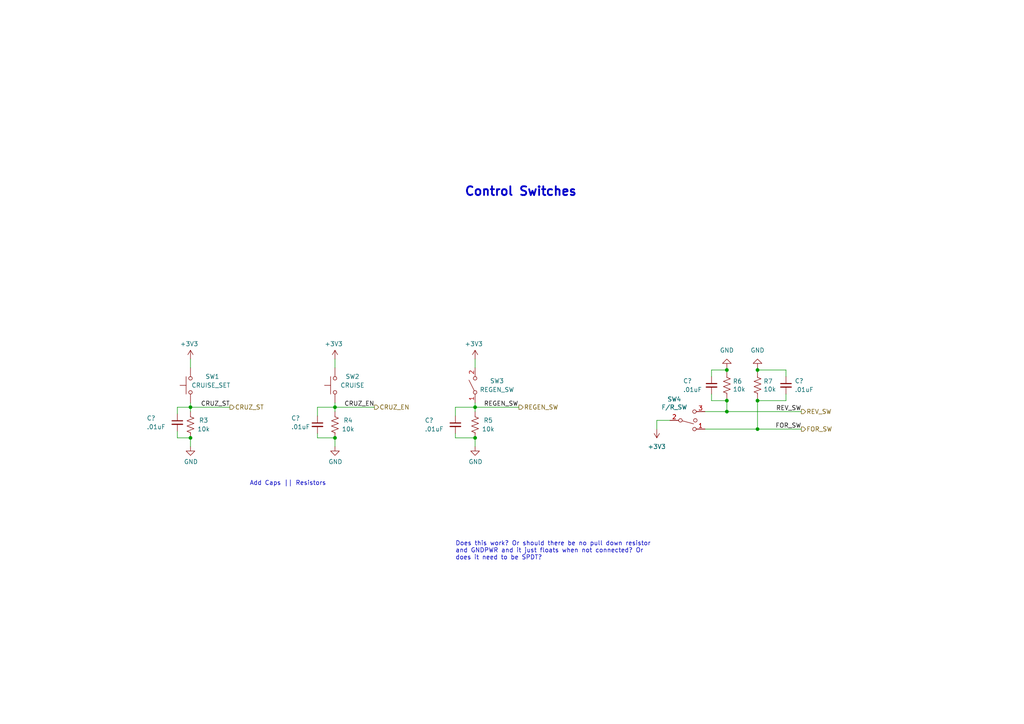
<source format=kicad_sch>
(kicad_sch (version 20211123) (generator eeschema)

  (uuid 0ae2fa50-f67a-4245-a821-3cff1aae7b7d)

  (paper "A4")

  (lib_symbols
    (symbol "Device:C_Small" (pin_numbers hide) (pin_names (offset 0.254) hide) (in_bom yes) (on_board yes)
      (property "Reference" "C" (id 0) (at 0.254 1.778 0)
        (effects (font (size 1.27 1.27)) (justify left))
      )
      (property "Value" "C_Small" (id 1) (at 0.254 -2.032 0)
        (effects (font (size 1.27 1.27)) (justify left))
      )
      (property "Footprint" "" (id 2) (at 0 0 0)
        (effects (font (size 1.27 1.27)) hide)
      )
      (property "Datasheet" "~" (id 3) (at 0 0 0)
        (effects (font (size 1.27 1.27)) hide)
      )
      (property "ki_keywords" "capacitor cap" (id 4) (at 0 0 0)
        (effects (font (size 1.27 1.27)) hide)
      )
      (property "ki_description" "Unpolarized capacitor, small symbol" (id 5) (at 0 0 0)
        (effects (font (size 1.27 1.27)) hide)
      )
      (property "ki_fp_filters" "C_*" (id 6) (at 0 0 0)
        (effects (font (size 1.27 1.27)) hide)
      )
      (symbol "C_Small_0_1"
        (polyline
          (pts
            (xy -1.524 -0.508)
            (xy 1.524 -0.508)
          )
          (stroke (width 0.3302) (type default) (color 0 0 0 0))
          (fill (type none))
        )
        (polyline
          (pts
            (xy -1.524 0.508)
            (xy 1.524 0.508)
          )
          (stroke (width 0.3048) (type default) (color 0 0 0 0))
          (fill (type none))
        )
      )
      (symbol "C_Small_1_1"
        (pin passive line (at 0 2.54 270) (length 2.032)
          (name "~" (effects (font (size 1.27 1.27))))
          (number "1" (effects (font (size 1.27 1.27))))
        )
        (pin passive line (at 0 -2.54 90) (length 2.032)
          (name "~" (effects (font (size 1.27 1.27))))
          (number "2" (effects (font (size 1.27 1.27))))
        )
      )
    )
    (symbol "Device:R_US" (pin_numbers hide) (pin_names (offset 0)) (in_bom yes) (on_board yes)
      (property "Reference" "R" (id 0) (at 2.54 0 90)
        (effects (font (size 1.27 1.27)))
      )
      (property "Value" "R_US" (id 1) (at -2.54 0 90)
        (effects (font (size 1.27 1.27)))
      )
      (property "Footprint" "" (id 2) (at 1.016 -0.254 90)
        (effects (font (size 1.27 1.27)) hide)
      )
      (property "Datasheet" "~" (id 3) (at 0 0 0)
        (effects (font (size 1.27 1.27)) hide)
      )
      (property "ki_keywords" "R res resistor" (id 4) (at 0 0 0)
        (effects (font (size 1.27 1.27)) hide)
      )
      (property "ki_description" "Resistor, US symbol" (id 5) (at 0 0 0)
        (effects (font (size 1.27 1.27)) hide)
      )
      (property "ki_fp_filters" "R_*" (id 6) (at 0 0 0)
        (effects (font (size 1.27 1.27)) hide)
      )
      (symbol "R_US_0_1"
        (polyline
          (pts
            (xy 0 -2.286)
            (xy 0 -2.54)
          )
          (stroke (width 0) (type default) (color 0 0 0 0))
          (fill (type none))
        )
        (polyline
          (pts
            (xy 0 2.286)
            (xy 0 2.54)
          )
          (stroke (width 0) (type default) (color 0 0 0 0))
          (fill (type none))
        )
        (polyline
          (pts
            (xy 0 -0.762)
            (xy 1.016 -1.143)
            (xy 0 -1.524)
            (xy -1.016 -1.905)
            (xy 0 -2.286)
          )
          (stroke (width 0) (type default) (color 0 0 0 0))
          (fill (type none))
        )
        (polyline
          (pts
            (xy 0 0.762)
            (xy 1.016 0.381)
            (xy 0 0)
            (xy -1.016 -0.381)
            (xy 0 -0.762)
          )
          (stroke (width 0) (type default) (color 0 0 0 0))
          (fill (type none))
        )
        (polyline
          (pts
            (xy 0 2.286)
            (xy 1.016 1.905)
            (xy 0 1.524)
            (xy -1.016 1.143)
            (xy 0 0.762)
          )
          (stroke (width 0) (type default) (color 0 0 0 0))
          (fill (type none))
        )
      )
      (symbol "R_US_1_1"
        (pin passive line (at 0 3.81 270) (length 1.27)
          (name "~" (effects (font (size 1.27 1.27))))
          (number "1" (effects (font (size 1.27 1.27))))
        )
        (pin passive line (at 0 -3.81 90) (length 1.27)
          (name "~" (effects (font (size 1.27 1.27))))
          (number "2" (effects (font (size 1.27 1.27))))
        )
      )
    )
    (symbol "Switch:SW_Push" (pin_numbers hide) (pin_names (offset 1.016) hide) (in_bom yes) (on_board yes)
      (property "Reference" "SW" (id 0) (at 1.27 2.54 0)
        (effects (font (size 1.27 1.27)) (justify left))
      )
      (property "Value" "SW_Push" (id 1) (at 0 -1.524 0)
        (effects (font (size 1.27 1.27)))
      )
      (property "Footprint" "" (id 2) (at 0 5.08 0)
        (effects (font (size 1.27 1.27)) hide)
      )
      (property "Datasheet" "~" (id 3) (at 0 5.08 0)
        (effects (font (size 1.27 1.27)) hide)
      )
      (property "ki_keywords" "switch normally-open pushbutton push-button" (id 4) (at 0 0 0)
        (effects (font (size 1.27 1.27)) hide)
      )
      (property "ki_description" "Push button switch, generic, two pins" (id 5) (at 0 0 0)
        (effects (font (size 1.27 1.27)) hide)
      )
      (symbol "SW_Push_0_1"
        (circle (center -2.032 0) (radius 0.508)
          (stroke (width 0) (type default) (color 0 0 0 0))
          (fill (type none))
        )
        (polyline
          (pts
            (xy 0 1.27)
            (xy 0 3.048)
          )
          (stroke (width 0) (type default) (color 0 0 0 0))
          (fill (type none))
        )
        (polyline
          (pts
            (xy 2.54 1.27)
            (xy -2.54 1.27)
          )
          (stroke (width 0) (type default) (color 0 0 0 0))
          (fill (type none))
        )
        (circle (center 2.032 0) (radius 0.508)
          (stroke (width 0) (type default) (color 0 0 0 0))
          (fill (type none))
        )
        (pin passive line (at -5.08 0 0) (length 2.54)
          (name "1" (effects (font (size 1.27 1.27))))
          (number "1" (effects (font (size 1.27 1.27))))
        )
        (pin passive line (at 5.08 0 180) (length 2.54)
          (name "2" (effects (font (size 1.27 1.27))))
          (number "2" (effects (font (size 1.27 1.27))))
        )
      )
    )
    (symbol "Switch:SW_SPDT_MSM" (pin_names (offset 0) hide) (in_bom yes) (on_board yes)
      (property "Reference" "SW" (id 0) (at 0 5.08 0)
        (effects (font (size 1.27 1.27)))
      )
      (property "Value" "SW_SPDT_MSM" (id 1) (at 0 -5.08 0)
        (effects (font (size 1.27 1.27)))
      )
      (property "Footprint" "" (id 2) (at 0 0 0)
        (effects (font (size 1.27 1.27)) hide)
      )
      (property "Datasheet" "~" (id 3) (at 0 0 0)
        (effects (font (size 1.27 1.27)) hide)
      )
      (property "ki_keywords" "switch spdt single-pole double-throw ON-OFF-ON" (id 4) (at 0 0 0)
        (effects (font (size 1.27 1.27)) hide)
      )
      (property "ki_description" "Switch, single pole double throw, center OFF position" (id 5) (at 0 0 0)
        (effects (font (size 1.27 1.27)) hide)
      )
      (symbol "SW_SPDT_MSM_0_0"
        (circle (center -2.032 0) (radius 0.508)
          (stroke (width 0) (type default) (color 0 0 0 0))
          (fill (type none))
        )
        (polyline
          (pts
            (xy -1.524 0.127)
            (xy 1.778 1.016)
          )
          (stroke (width 0) (type default) (color 0 0 0 0))
          (fill (type none))
        )
        (circle (center 2.032 -2.54) (radius 0.508)
          (stroke (width 0) (type default) (color 0 0 0 0))
          (fill (type none))
        )
      )
      (symbol "SW_SPDT_MSM_0_1"
        (circle (center 2.032 2.54) (radius 0.508)
          (stroke (width 0) (type default) (color 0 0 0 0))
          (fill (type none))
        )
        (circle (center 2.286 0) (radius 0.508)
          (stroke (width 0) (type default) (color 0 0 0 0))
          (fill (type none))
        )
      )
      (symbol "SW_SPDT_MSM_1_1"
        (pin passive line (at 5.08 2.54 180) (length 2.54)
          (name "1" (effects (font (size 1.27 1.27))))
          (number "1" (effects (font (size 1.27 1.27))))
        )
        (pin passive line (at -5.08 0 0) (length 2.54)
          (name "2" (effects (font (size 1.27 1.27))))
          (number "2" (effects (font (size 1.27 1.27))))
        )
        (pin passive line (at 5.08 -2.54 180) (length 2.54)
          (name "3" (effects (font (size 1.27 1.27))))
          (number "3" (effects (font (size 1.27 1.27))))
        )
      )
    )
    (symbol "Switch:SW_SPST" (pin_names (offset 0) hide) (in_bom yes) (on_board yes)
      (property "Reference" "SW" (id 0) (at 0 3.175 0)
        (effects (font (size 1.27 1.27)))
      )
      (property "Value" "SW_SPST" (id 1) (at 0 -2.54 0)
        (effects (font (size 1.27 1.27)))
      )
      (property "Footprint" "" (id 2) (at 0 0 0)
        (effects (font (size 1.27 1.27)) hide)
      )
      (property "Datasheet" "~" (id 3) (at 0 0 0)
        (effects (font (size 1.27 1.27)) hide)
      )
      (property "ki_keywords" "switch lever" (id 4) (at 0 0 0)
        (effects (font (size 1.27 1.27)) hide)
      )
      (property "ki_description" "Single Pole Single Throw (SPST) switch" (id 5) (at 0 0 0)
        (effects (font (size 1.27 1.27)) hide)
      )
      (symbol "SW_SPST_0_0"
        (circle (center -2.032 0) (radius 0.508)
          (stroke (width 0) (type default) (color 0 0 0 0))
          (fill (type none))
        )
        (polyline
          (pts
            (xy -1.524 0.254)
            (xy 1.524 1.778)
          )
          (stroke (width 0) (type default) (color 0 0 0 0))
          (fill (type none))
        )
        (circle (center 2.032 0) (radius 0.508)
          (stroke (width 0) (type default) (color 0 0 0 0))
          (fill (type none))
        )
      )
      (symbol "SW_SPST_1_1"
        (pin passive line (at -5.08 0 0) (length 2.54)
          (name "A" (effects (font (size 1.27 1.27))))
          (number "1" (effects (font (size 1.27 1.27))))
        )
        (pin passive line (at 5.08 0 180) (length 2.54)
          (name "B" (effects (font (size 1.27 1.27))))
          (number "2" (effects (font (size 1.27 1.27))))
        )
      )
    )
    (symbol "power:+3.3V" (power) (pin_names (offset 0)) (in_bom yes) (on_board yes)
      (property "Reference" "#PWR" (id 0) (at 0 -3.81 0)
        (effects (font (size 1.27 1.27)) hide)
      )
      (property "Value" "+3.3V" (id 1) (at 0 3.556 0)
        (effects (font (size 1.27 1.27)))
      )
      (property "Footprint" "" (id 2) (at 0 0 0)
        (effects (font (size 1.27 1.27)) hide)
      )
      (property "Datasheet" "" (id 3) (at 0 0 0)
        (effects (font (size 1.27 1.27)) hide)
      )
      (property "ki_keywords" "power-flag" (id 4) (at 0 0 0)
        (effects (font (size 1.27 1.27)) hide)
      )
      (property "ki_description" "Power symbol creates a global label with name \"+3.3V\"" (id 5) (at 0 0 0)
        (effects (font (size 1.27 1.27)) hide)
      )
      (symbol "+3.3V_0_1"
        (polyline
          (pts
            (xy -0.762 1.27)
            (xy 0 2.54)
          )
          (stroke (width 0) (type default) (color 0 0 0 0))
          (fill (type none))
        )
        (polyline
          (pts
            (xy 0 0)
            (xy 0 2.54)
          )
          (stroke (width 0) (type default) (color 0 0 0 0))
          (fill (type none))
        )
        (polyline
          (pts
            (xy 0 2.54)
            (xy 0.762 1.27)
          )
          (stroke (width 0) (type default) (color 0 0 0 0))
          (fill (type none))
        )
      )
      (symbol "+3.3V_1_1"
        (pin power_in line (at 0 0 90) (length 0) hide
          (name "+3V3" (effects (font (size 1.27 1.27))))
          (number "1" (effects (font (size 1.27 1.27))))
        )
      )
    )
    (symbol "power:GND" (power) (pin_names (offset 0)) (in_bom yes) (on_board yes)
      (property "Reference" "#PWR" (id 0) (at 0 -6.35 0)
        (effects (font (size 1.27 1.27)) hide)
      )
      (property "Value" "GND" (id 1) (at 0 -3.81 0)
        (effects (font (size 1.27 1.27)))
      )
      (property "Footprint" "" (id 2) (at 0 0 0)
        (effects (font (size 1.27 1.27)) hide)
      )
      (property "Datasheet" "" (id 3) (at 0 0 0)
        (effects (font (size 1.27 1.27)) hide)
      )
      (property "ki_keywords" "power-flag" (id 4) (at 0 0 0)
        (effects (font (size 1.27 1.27)) hide)
      )
      (property "ki_description" "Power symbol creates a global label with name \"GND\" , ground" (id 5) (at 0 0 0)
        (effects (font (size 1.27 1.27)) hide)
      )
      (symbol "GND_0_1"
        (polyline
          (pts
            (xy 0 0)
            (xy 0 -1.27)
            (xy 1.27 -1.27)
            (xy 0 -2.54)
            (xy -1.27 -1.27)
            (xy 0 -1.27)
          )
          (stroke (width 0) (type default) (color 0 0 0 0))
          (fill (type none))
        )
      )
      (symbol "GND_1_1"
        (pin power_in line (at 0 0 270) (length 0) hide
          (name "GND" (effects (font (size 1.27 1.27))))
          (number "1" (effects (font (size 1.27 1.27))))
        )
      )
    )
  )

  (junction (at 210.82 119.38) (diameter 0) (color 0 0 0 0)
    (uuid 2593b5c0-98ac-42d7-8998-3a8a598c9ae8)
  )
  (junction (at 97.155 127) (diameter 0) (color 0 0 0 0)
    (uuid 5cd792ca-3271-4ec2-81e8-64c28edfac12)
  )
  (junction (at 219.71 124.46) (diameter 0) (color 0 0 0 0)
    (uuid 62be7e6d-bced-458c-b0ef-6c97061886b0)
  )
  (junction (at 55.245 127) (diameter 0) (color 0 0 0 0)
    (uuid 73ed5c8a-efb1-44bb-9b2a-8a0c81ff0bbb)
  )
  (junction (at 55.245 118.11) (diameter 0) (color 0 0 0 0)
    (uuid 86dc60dd-744c-44c7-a7c5-a11274a23f7e)
  )
  (junction (at 97.155 118.11) (diameter 0) (color 0 0 0 0)
    (uuid bddd207f-f73f-440e-b5a4-9d0f5fdeb753)
  )
  (junction (at 219.71 107.315) (diameter 0) (color 0 0 0 0)
    (uuid cc9fda0e-61f6-4c3e-9193-639a1d79b22a)
  )
  (junction (at 210.82 116.205) (diameter 0) (color 0 0 0 0)
    (uuid d196db7c-0558-454f-9540-cfc6096dce83)
  )
  (junction (at 137.795 127) (diameter 0) (color 0 0 0 0)
    (uuid d4ea8e9d-0a17-443b-8d08-e0718d0cbfd1)
  )
  (junction (at 219.71 116.205) (diameter 0) (color 0 0 0 0)
    (uuid f40e5809-a6a4-4da6-a99d-52448866f1c1)
  )
  (junction (at 137.795 118.11) (diameter 0) (color 0 0 0 0)
    (uuid fd0359bf-1e20-48d8-8242-3bedf4b430d8)
  )
  (junction (at 210.82 107.315) (diameter 0) (color 0 0 0 0)
    (uuid fddc420a-aa58-48a0-a3dd-174dd480ce75)
  )

  (wire (pts (xy 210.82 116.205) (xy 210.82 119.38))
    (stroke (width 0) (type default) (color 0 0 0 0))
    (uuid 01bbb46e-3b58-4196-a7fb-032f7bd4ca2f)
  )
  (wire (pts (xy 55.245 118.11) (xy 55.245 116.84))
    (stroke (width 0) (type default) (color 0 0 0 0))
    (uuid 05e97ab9-ca84-4537-9a1c-c12539105538)
  )
  (wire (pts (xy 132.08 118.11) (xy 137.795 118.11))
    (stroke (width 0) (type default) (color 0 0 0 0))
    (uuid 07d3b61f-181e-44f2-a79b-11ae69e583c2)
  )
  (wire (pts (xy 132.08 125.73) (xy 132.08 127))
    (stroke (width 0) (type default) (color 0 0 0 0))
    (uuid 0e65853c-de16-43ea-9021-836464702a0a)
  )
  (wire (pts (xy 227.965 116.205) (xy 219.71 116.205))
    (stroke (width 0) (type default) (color 0 0 0 0))
    (uuid 0f9dc95f-f458-4db7-a92b-89d6ab78998a)
  )
  (wire (pts (xy 219.71 107.315) (xy 219.71 107.95))
    (stroke (width 0) (type default) (color 0 0 0 0))
    (uuid 169904e1-b906-44dd-94d4-66f1e29102f0)
  )
  (wire (pts (xy 190.5 121.92) (xy 190.5 124.46))
    (stroke (width 0) (type default) (color 0 0 0 0))
    (uuid 1995cd42-2e2d-4b7d-8273-c7c58ec0364d)
  )
  (wire (pts (xy 132.08 118.11) (xy 132.08 120.65))
    (stroke (width 0) (type default) (color 0 0 0 0))
    (uuid 20af5751-383b-41b3-bd71-35bab2e4273d)
  )
  (wire (pts (xy 210.82 107.315) (xy 210.82 107.95))
    (stroke (width 0) (type default) (color 0 0 0 0))
    (uuid 22243d5e-62e8-4867-b8d6-599a66811abe)
  )
  (wire (pts (xy 219.71 106.68) (xy 219.71 107.315))
    (stroke (width 0) (type default) (color 0 0 0 0))
    (uuid 24ab48c9-52d5-47b0-856c-c231954f1a6b)
  )
  (wire (pts (xy 97.155 129.54) (xy 97.155 127))
    (stroke (width 0) (type default) (color 0 0 0 0))
    (uuid 2ea127dd-0b3d-4f9c-bcb2-92c2d6b23a4e)
  )
  (wire (pts (xy 55.245 119.38) (xy 55.245 118.11))
    (stroke (width 0) (type default) (color 0 0 0 0))
    (uuid 2f836bcb-65b5-4251-b1a3-a8e1f456022e)
  )
  (wire (pts (xy 206.375 107.315) (xy 206.375 109.22))
    (stroke (width 0) (type default) (color 0 0 0 0))
    (uuid 38b6a80a-6c4f-464b-b019-1bc002e262e8)
  )
  (wire (pts (xy 92.075 127) (xy 97.155 127))
    (stroke (width 0) (type default) (color 0 0 0 0))
    (uuid 3bb8d00a-4b3b-4227-ba05-f681c4cccd62)
  )
  (wire (pts (xy 227.965 114.3) (xy 227.965 116.205))
    (stroke (width 0) (type default) (color 0 0 0 0))
    (uuid 62e86f7c-97c7-4e3c-983e-85011fa12413)
  )
  (wire (pts (xy 92.075 125.73) (xy 92.075 127))
    (stroke (width 0) (type default) (color 0 0 0 0))
    (uuid 64e07a85-daa2-4623-bb34-8b08296eab1d)
  )
  (wire (pts (xy 210.82 119.38) (xy 232.41 119.38))
    (stroke (width 0) (type default) (color 0 0 0 0))
    (uuid 66b50d5c-ae0c-4ae5-93fb-277ae3db49f2)
  )
  (wire (pts (xy 51.435 118.11) (xy 55.245 118.11))
    (stroke (width 0) (type default) (color 0 0 0 0))
    (uuid 6e4ddf32-5414-4069-b191-411b4f9a4e00)
  )
  (wire (pts (xy 132.08 127) (xy 137.795 127))
    (stroke (width 0) (type default) (color 0 0 0 0))
    (uuid 74c37a22-96de-460d-8f39-b88fc3b6cd35)
  )
  (wire (pts (xy 210.82 115.57) (xy 210.82 116.205))
    (stroke (width 0) (type default) (color 0 0 0 0))
    (uuid 7b036a22-56b5-4f7b-999b-a7490c4c25f7)
  )
  (wire (pts (xy 137.795 106.68) (xy 137.795 104.14))
    (stroke (width 0) (type default) (color 0 0 0 0))
    (uuid 80ac69ae-bcca-4138-b229-f20c4815cbea)
  )
  (wire (pts (xy 219.71 115.57) (xy 219.71 116.205))
    (stroke (width 0) (type default) (color 0 0 0 0))
    (uuid 8309988a-a7c7-4219-9b5f-77ce653bffb0)
  )
  (wire (pts (xy 97.155 119.38) (xy 97.155 118.11))
    (stroke (width 0) (type default) (color 0 0 0 0))
    (uuid 85cac54d-6f9e-4935-8dbc-99bea2d006b0)
  )
  (wire (pts (xy 137.795 116.84) (xy 137.795 118.11))
    (stroke (width 0) (type default) (color 0 0 0 0))
    (uuid 86356a0b-2160-4202-870e-f646de154a47)
  )
  (wire (pts (xy 194.31 121.92) (xy 190.5 121.92))
    (stroke (width 0) (type default) (color 0 0 0 0))
    (uuid 87308596-6251-4410-9015-336e2d25e8e4)
  )
  (wire (pts (xy 97.155 118.11) (xy 108.585 118.11))
    (stroke (width 0) (type default) (color 0 0 0 0))
    (uuid 874d51d4-6379-45e8-94c6-50f0e195ba09)
  )
  (wire (pts (xy 51.435 127) (xy 55.245 127))
    (stroke (width 0) (type default) (color 0 0 0 0))
    (uuid 88999d67-3358-4d26-82e3-9679940ba0c5)
  )
  (wire (pts (xy 51.435 125.095) (xy 51.435 127))
    (stroke (width 0) (type default) (color 0 0 0 0))
    (uuid 8fa6c091-a790-4e1d-8c21-80ccbf89b825)
  )
  (wire (pts (xy 227.965 107.315) (xy 227.965 109.22))
    (stroke (width 0) (type default) (color 0 0 0 0))
    (uuid 94dd170d-b2e0-4c71-98a7-fb3584925e49)
  )
  (wire (pts (xy 137.795 118.11) (xy 137.795 119.38))
    (stroke (width 0) (type default) (color 0 0 0 0))
    (uuid 960a2bdf-0bbf-49f2-ab62-e6941de7f89c)
  )
  (wire (pts (xy 92.075 118.11) (xy 97.155 118.11))
    (stroke (width 0) (type default) (color 0 0 0 0))
    (uuid 99bae589-772a-4701-a753-2e0f2e3bad3d)
  )
  (wire (pts (xy 97.155 104.14) (xy 97.155 106.68))
    (stroke (width 0) (type default) (color 0 0 0 0))
    (uuid 9fdf26f2-3d50-4434-a84a-a013b77f16c3)
  )
  (wire (pts (xy 219.71 124.46) (xy 232.41 124.46))
    (stroke (width 0) (type default) (color 0 0 0 0))
    (uuid a26218c6-933b-4c04-8294-5a0f2fa73526)
  )
  (wire (pts (xy 206.375 107.315) (xy 210.82 107.315))
    (stroke (width 0) (type default) (color 0 0 0 0))
    (uuid a3ebd5c2-9cfa-4a04-831f-16049df6993f)
  )
  (wire (pts (xy 92.075 118.11) (xy 92.075 120.65))
    (stroke (width 0) (type default) (color 0 0 0 0))
    (uuid af8a4dba-9855-44c4-97ef-ec4655c6f16d)
  )
  (wire (pts (xy 137.795 129.54) (xy 137.795 127))
    (stroke (width 0) (type default) (color 0 0 0 0))
    (uuid c14f9779-cca5-4712-a079-ac20431f1f97)
  )
  (wire (pts (xy 55.245 127) (xy 55.245 129.54))
    (stroke (width 0) (type default) (color 0 0 0 0))
    (uuid c4360e81-1b4b-40cb-8cfe-0878720a9ae5)
  )
  (wire (pts (xy 55.245 106.68) (xy 55.245 104.14))
    (stroke (width 0) (type default) (color 0 0 0 0))
    (uuid c456b0ab-6f7c-4f21-8714-4a7e93c97a70)
  )
  (wire (pts (xy 219.71 107.315) (xy 227.965 107.315))
    (stroke (width 0) (type default) (color 0 0 0 0))
    (uuid c9932af0-3060-40dd-870c-1e25dda88214)
  )
  (wire (pts (xy 55.245 118.11) (xy 66.675 118.11))
    (stroke (width 0) (type default) (color 0 0 0 0))
    (uuid c9d9348b-2a2a-4b89-a328-b55a51aae637)
  )
  (wire (pts (xy 219.71 116.205) (xy 219.71 124.46))
    (stroke (width 0) (type default) (color 0 0 0 0))
    (uuid cbe4b0df-0f0e-4582-8e0e-a1b93b034a88)
  )
  (wire (pts (xy 210.82 106.68) (xy 210.82 107.315))
    (stroke (width 0) (type default) (color 0 0 0 0))
    (uuid d7e48ff3-147e-4566-8af0-3deacbf76535)
  )
  (wire (pts (xy 51.435 120.015) (xy 51.435 118.11))
    (stroke (width 0) (type default) (color 0 0 0 0))
    (uuid d8c0e789-67a5-4efb-8d5d-4cc7fee8d39a)
  )
  (wire (pts (xy 206.375 116.205) (xy 210.82 116.205))
    (stroke (width 0) (type default) (color 0 0 0 0))
    (uuid ec342c1d-424c-4d29-b861-2d9b24d3901c)
  )
  (wire (pts (xy 137.795 118.11) (xy 150.495 118.11))
    (stroke (width 0) (type default) (color 0 0 0 0))
    (uuid ee08476d-9ad7-4017-8f48-fd504d15561b)
  )
  (wire (pts (xy 204.47 124.46) (xy 219.71 124.46))
    (stroke (width 0) (type default) (color 0 0 0 0))
    (uuid ef2a9e5b-9660-47a1-b722-a1620266b6c7)
  )
  (wire (pts (xy 206.375 114.3) (xy 206.375 116.205))
    (stroke (width 0) (type default) (color 0 0 0 0))
    (uuid f7af8798-1bbe-4c9c-9485-aa54d67a9fe9)
  )
  (wire (pts (xy 97.155 118.11) (xy 97.155 116.84))
    (stroke (width 0) (type default) (color 0 0 0 0))
    (uuid fb9e20bd-4f8d-49dc-8710-43f078259b68)
  )
  (wire (pts (xy 204.47 119.38) (xy 210.82 119.38))
    (stroke (width 0) (type default) (color 0 0 0 0))
    (uuid fbd0dda8-3d20-483a-8856-8351d3927900)
  )

  (text "Add Caps || Resistors" (at 72.39 140.97 0)
    (effects (font (size 1.27 1.27)) (justify left bottom))
    (uuid 842c1bf7-a1aa-4b9e-9f1b-176b610ae877)
  )
  (text "Does this work? Or should there be no pull down resistor\nand GNDPWR and it just floats when not connected? Or \ndoes it need to be SPDT?"
    (at 132.08 162.56 0)
    (effects (font (size 1.27 1.27)) (justify left bottom))
    (uuid 84f3e33e-3762-448b-9363-ce47ebcee824)
  )
  (text "Control Switches" (at 134.62 57.15 0)
    (effects (font (size 2.54 2.54) (thickness 0.508) bold) (justify left bottom))
    (uuid 9ea8f0ea-9a1e-417c-b751-b91ecf3b8dde)
  )

  (label "REGEN_SW" (at 140.335 118.11 0)
    (effects (font (size 1.27 1.27)) (justify left bottom))
    (uuid 376ce23a-cc80-4e67-84d6-dc9d0f1c445f)
  )
  (label "CRUZ_EN" (at 108.585 118.11 180)
    (effects (font (size 1.27 1.27)) (justify right bottom))
    (uuid 4918ea32-031d-43b4-a53f-f48189162322)
  )
  (label "CRUZ_ST" (at 66.675 118.11 180)
    (effects (font (size 1.27 1.27)) (justify right bottom))
    (uuid 7c0355c0-b46a-4a2c-880d-ad9881958b0a)
  )
  (label "FOR_SW" (at 232.41 124.46 180)
    (effects (font (size 1.27 1.27)) (justify right bottom))
    (uuid a3a5d500-c79f-4b63-8e69-81b2d35d3d9a)
  )
  (label "REV_SW" (at 232.41 119.38 180)
    (effects (font (size 1.27 1.27)) (justify right bottom))
    (uuid ad86b028-df16-41eb-9f9c-520f29100440)
  )

  (hierarchical_label "REGEN_SW" (shape output) (at 150.495 118.11 0)
    (effects (font (size 1.27 1.27)) (justify left))
    (uuid 227d78a7-1c89-41b5-b3bc-494e7904a9ad)
  )
  (hierarchical_label "REV_SW" (shape output) (at 232.41 119.38 0)
    (effects (font (size 1.27 1.27)) (justify left))
    (uuid 2775c0b6-7485-48ac-909d-6cfa4be18753)
  )
  (hierarchical_label "CRUZ_EN" (shape output) (at 108.585 118.11 0)
    (effects (font (size 1.27 1.27)) (justify left))
    (uuid 35a6e381-fbad-4565-a847-476034f20a28)
  )
  (hierarchical_label "CRUZ_ST" (shape output) (at 66.675 118.11 0)
    (effects (font (size 1.27 1.27)) (justify left))
    (uuid d91029c7-4664-4217-bc43-b27dc36fb3cd)
  )
  (hierarchical_label "FOR_SW" (shape output) (at 232.41 124.46 0)
    (effects (font (size 1.27 1.27)) (justify left))
    (uuid e4f8afb1-ebee-4044-9d6c-387dacc543bb)
  )

  (symbol (lib_id "Switch:SW_Push") (at 55.245 111.76 90) (unit 1)
    (in_bom yes) (on_board yes)
    (uuid 00000000-0000-0000-0000-00005f95fce0)
    (property "Reference" "SW1" (id 0) (at 61.595 109.22 90))
    (property "Value" "CRUISE_SET" (id 1) (at 61.1886 111.76 90))
    (property "Footprint" "Connector_Molex:Molex_Micro-Fit_3.0_43650-0200_1x02_P3.00mm_Horizontal" (id 2) (at 55.245 111.76 0)
      (effects (font (size 1.27 1.27)) hide)
    )
    (property "Datasheet" "~" (id 3) (at 55.245 111.76 0)
      (effects (font (size 1.27 1.27)) hide)
    )
    (pin "1" (uuid c020a7b6-0ee3-4b23-9d1d-b8f6fd7183f0))
    (pin "2" (uuid d27ffdcf-de59-4226-978f-2f4505c7e171))
  )

  (symbol (lib_id "Device:R_US") (at 55.245 123.19 0) (unit 1)
    (in_bom yes) (on_board yes)
    (uuid 00000000-0000-0000-0000-00005f95fce7)
    (property "Reference" "R3" (id 0) (at 59.055 121.92 0))
    (property "Value" "10k" (id 1) (at 59.055 124.46 0))
    (property "Footprint" "Resistor_SMD:R_0805_2012Metric" (id 2) (at 56.261 123.444 90)
      (effects (font (size 1.27 1.27)) hide)
    )
    (property "Datasheet" "~" (id 3) (at 55.245 123.19 0)
      (effects (font (size 1.27 1.27)) hide)
    )
    (property "Mouser Part Number" "71-CRCW080510K0FKEAC " (id 4) (at 55.245 123.19 0)
      (effects (font (size 1.27 1.27)) hide)
    )
    (pin "1" (uuid e9629a79-543a-46d6-bb7e-5ba178b352c7))
    (pin "2" (uuid 4548ddc3-68ad-4950-aa2c-d860ae7a6c9d))
  )

  (symbol (lib_id "Switch:SW_Push") (at 97.155 111.76 90) (unit 1)
    (in_bom yes) (on_board yes)
    (uuid 00000000-0000-0000-0000-00005f95fcfe)
    (property "Reference" "SW2" (id 0) (at 102.235 109.22 90))
    (property "Value" "CRUISE" (id 1) (at 102.235 111.76 90))
    (property "Footprint" "Connector_Molex:Molex_Micro-Fit_3.0_43650-0200_1x02_P3.00mm_Horizontal" (id 2) (at 97.155 111.76 0)
      (effects (font (size 1.27 1.27)) hide)
    )
    (property "Datasheet" "~" (id 3) (at 97.155 111.76 0)
      (effects (font (size 1.27 1.27)) hide)
    )
    (pin "1" (uuid acb1dbe1-f2f8-4b07-a883-c6f79b7ed870))
    (pin "2" (uuid 6474cb7a-e28d-4d38-9813-d71482ae8691))
  )

  (symbol (lib_id "Device:R_US") (at 97.155 123.19 180) (unit 1)
    (in_bom yes) (on_board yes)
    (uuid 00000000-0000-0000-0000-00005f95fd05)
    (property "Reference" "R4" (id 0) (at 100.965 121.92 0))
    (property "Value" "10k" (id 1) (at 100.965 124.46 0))
    (property "Footprint" "Resistor_SMD:R_0805_2012Metric" (id 2) (at 96.139 122.936 90)
      (effects (font (size 1.27 1.27)) hide)
    )
    (property "Datasheet" "~" (id 3) (at 97.155 123.19 0)
      (effects (font (size 1.27 1.27)) hide)
    )
    (property "Mouser Part Number" "71-CRCW080510K0FKEAC " (id 4) (at 97.155 123.19 0)
      (effects (font (size 1.27 1.27)) hide)
    )
    (pin "1" (uuid 87b75241-015d-49dd-a47b-34b08bf24d8f))
    (pin "2" (uuid 43fbde86-1f8e-4fc5-b7b5-59acfe710885))
  )

  (symbol (lib_id "power:GND") (at 97.155 129.54 0) (unit 1)
    (in_bom yes) (on_board yes)
    (uuid 00000000-0000-0000-0000-00005f95fd14)
    (property "Reference" "#PWR0123" (id 0) (at 97.155 135.89 0)
      (effects (font (size 1.27 1.27)) hide)
    )
    (property "Value" "GND" (id 1) (at 97.282 133.9342 0))
    (property "Footprint" "" (id 2) (at 97.155 129.54 0)
      (effects (font (size 1.27 1.27)) hide)
    )
    (property "Datasheet" "" (id 3) (at 97.155 129.54 0)
      (effects (font (size 1.27 1.27)) hide)
    )
    (pin "1" (uuid 332bd2b4-febe-44df-ab6a-1a2f54f6038b))
  )

  (symbol (lib_id "power:GND") (at 137.795 129.54 0) (unit 1)
    (in_bom yes) (on_board yes)
    (uuid 00000000-0000-0000-0000-00005fc25956)
    (property "Reference" "#PWR012" (id 0) (at 137.795 135.89 0)
      (effects (font (size 1.27 1.27)) hide)
    )
    (property "Value" "GND" (id 1) (at 137.922 133.9342 0))
    (property "Footprint" "" (id 2) (at 137.795 129.54 0)
      (effects (font (size 1.27 1.27)) hide)
    )
    (property "Datasheet" "" (id 3) (at 137.795 129.54 0)
      (effects (font (size 1.27 1.27)) hide)
    )
    (pin "1" (uuid 62df84d3-d6e8-4be9-a0b1-7b273466b698))
  )

  (symbol (lib_id "Device:R_US") (at 137.795 123.19 180) (unit 1)
    (in_bom yes) (on_board yes)
    (uuid 00000000-0000-0000-0000-00005fc2b876)
    (property "Reference" "R5" (id 0) (at 141.605 121.92 0))
    (property "Value" "10k" (id 1) (at 141.605 124.46 0))
    (property "Footprint" "Resistor_SMD:R_0805_2012Metric" (id 2) (at 136.779 122.936 90)
      (effects (font (size 1.27 1.27)) hide)
    )
    (property "Datasheet" "~" (id 3) (at 137.795 123.19 0)
      (effects (font (size 1.27 1.27)) hide)
    )
    (pin "1" (uuid 4a1eb0be-83ab-4181-8cfc-4a2a5b6a0d4a))
    (pin "2" (uuid 2a8b7247-16b6-4f8b-855d-ad680b0a0f29))
  )

  (symbol (lib_id "Switch:SW_SPDT_MSM") (at 199.39 121.92 0) (mirror x) (unit 1)
    (in_bom yes) (on_board yes)
    (uuid 00000000-0000-0000-0000-00005fc8e812)
    (property "Reference" "SW4" (id 0) (at 195.58 115.7986 0))
    (property "Value" "F/R_SW" (id 1) (at 195.58 118.11 0))
    (property "Footprint" "Connector_Molex:Molex_Micro-Fit_3.0_43650-0300_1x03_P3.00mm_Horizontal" (id 2) (at 199.39 121.92 0)
      (effects (font (size 1.27 1.27)) hide)
    )
    (property "Datasheet" "~" (id 3) (at 199.39 121.92 0)
      (effects (font (size 1.27 1.27)) hide)
    )
    (pin "1" (uuid 404b3a88-2b59-4519-bb38-c374cc3782b1))
    (pin "2" (uuid 34c9db61-f53c-4c49-80c2-33eec3191699))
    (pin "3" (uuid 9296b831-a402-4378-8522-6a630e2927d2))
  )

  (symbol (lib_id "Device:R_US") (at 210.82 111.76 0) (unit 1)
    (in_bom yes) (on_board yes)
    (uuid 00000000-0000-0000-0000-00005fc9577c)
    (property "Reference" "R6" (id 0) (at 212.5472 110.5916 0)
      (effects (font (size 1.27 1.27)) (justify left))
    )
    (property "Value" "10k" (id 1) (at 212.5472 112.903 0)
      (effects (font (size 1.27 1.27)) (justify left))
    )
    (property "Footprint" "Resistor_SMD:R_0805_2012Metric" (id 2) (at 211.836 112.014 90)
      (effects (font (size 1.27 1.27)) hide)
    )
    (property "Datasheet" "~" (id 3) (at 210.82 111.76 0)
      (effects (font (size 1.27 1.27)) hide)
    )
    (pin "1" (uuid 65956d5a-a340-4047-9c5e-1659dd51e261))
    (pin "2" (uuid 8106fd66-bc80-4d2a-b2be-2261fed169ab))
  )

  (symbol (lib_id "Device:R_US") (at 219.71 111.76 0) (unit 1)
    (in_bom yes) (on_board yes)
    (uuid 00000000-0000-0000-0000-00005fc95e8f)
    (property "Reference" "R7" (id 0) (at 221.4372 110.5916 0)
      (effects (font (size 1.27 1.27)) (justify left))
    )
    (property "Value" "10k" (id 1) (at 221.4372 112.903 0)
      (effects (font (size 1.27 1.27)) (justify left))
    )
    (property "Footprint" "Resistor_SMD:R_0805_2012Metric" (id 2) (at 220.726 112.014 90)
      (effects (font (size 1.27 1.27)) hide)
    )
    (property "Datasheet" "~" (id 3) (at 219.71 111.76 0)
      (effects (font (size 1.27 1.27)) hide)
    )
    (pin "1" (uuid 6294d60a-5a6d-4e91-bd35-79741339d7e4))
    (pin "2" (uuid efc7294c-8b08-4d64-abc9-e7eb15a89441))
  )

  (symbol (lib_id "power:+3.3V") (at 55.245 104.14 0) (mirror y) (unit 1)
    (in_bom yes) (on_board yes)
    (uuid 00000000-0000-0000-0000-00005fdefbe2)
    (property "Reference" "#PWR021" (id 0) (at 55.245 107.95 0)
      (effects (font (size 1.27 1.27)) hide)
    )
    (property "Value" "+3.3V" (id 1) (at 54.864 99.7458 0))
    (property "Footprint" "" (id 2) (at 55.245 104.14 0)
      (effects (font (size 1.27 1.27)) hide)
    )
    (property "Datasheet" "" (id 3) (at 55.245 104.14 0)
      (effects (font (size 1.27 1.27)) hide)
    )
    (pin "1" (uuid 72392b12-d189-4b1e-996c-805c752dde33))
  )

  (symbol (lib_id "power:+3.3V") (at 137.795 104.14 0) (mirror y) (unit 1)
    (in_bom yes) (on_board yes)
    (uuid 00000000-0000-0000-0000-00005fdfd8ff)
    (property "Reference" "#PWR025" (id 0) (at 137.795 107.95 0)
      (effects (font (size 1.27 1.27)) hide)
    )
    (property "Value" "+3.3V" (id 1) (at 137.414 99.7458 0))
    (property "Footprint" "" (id 2) (at 137.795 104.14 0)
      (effects (font (size 1.27 1.27)) hide)
    )
    (property "Datasheet" "" (id 3) (at 137.795 104.14 0)
      (effects (font (size 1.27 1.27)) hide)
    )
    (pin "1" (uuid f026de2c-ea1b-4ba5-a128-e1d0fb911a2a))
  )

  (symbol (lib_id "power:+3.3V") (at 97.155 104.14 0) (mirror y) (unit 1)
    (in_bom yes) (on_board yes)
    (uuid 00000000-0000-0000-0000-00005fe0822f)
    (property "Reference" "#PWR023" (id 0) (at 97.155 107.95 0)
      (effects (font (size 1.27 1.27)) hide)
    )
    (property "Value" "+3.3V" (id 1) (at 96.774 99.7458 0))
    (property "Footprint" "" (id 2) (at 97.155 104.14 0)
      (effects (font (size 1.27 1.27)) hide)
    )
    (property "Datasheet" "" (id 3) (at 97.155 104.14 0)
      (effects (font (size 1.27 1.27)) hide)
    )
    (pin "1" (uuid a937fcdd-c48c-47ef-9677-b211619ccc22))
  )

  (symbol (lib_id "power:GND") (at 55.245 129.54 0) (unit 1)
    (in_bom yes) (on_board yes)
    (uuid 00000000-0000-0000-0000-0000600a77a8)
    (property "Reference" "#PWR011" (id 0) (at 55.245 135.89 0)
      (effects (font (size 1.27 1.27)) hide)
    )
    (property "Value" "GND" (id 1) (at 55.372 133.9342 0))
    (property "Footprint" "" (id 2) (at 55.245 129.54 0)
      (effects (font (size 1.27 1.27)) hide)
    )
    (property "Datasheet" "" (id 3) (at 55.245 129.54 0)
      (effects (font (size 1.27 1.27)) hide)
    )
    (pin "1" (uuid 4e8e5a7e-c96c-41a1-8c14-e34334689a81))
  )

  (symbol (lib_id "Device:C_Small") (at 51.435 122.555 0) (unit 1)
    (in_bom yes) (on_board yes)
    (uuid 48c58df3-effd-400c-a749-bb7805bd9b54)
    (property "Reference" "C?" (id 0) (at 42.545 121.285 0)
      (effects (font (size 1.27 1.27)) (justify left))
    )
    (property "Value" ".01uF" (id 1) (at 42.545 123.825 0)
      (effects (font (size 1.27 1.27)) (justify left))
    )
    (property "Footprint" "" (id 2) (at 51.435 122.555 0)
      (effects (font (size 1.27 1.27)) hide)
    )
    (property "Datasheet" "~" (id 3) (at 51.435 122.555 0)
      (effects (font (size 1.27 1.27)) hide)
    )
    (pin "1" (uuid 059c55b9-3878-4a5d-8c36-f2e1ac20b66c))
    (pin "2" (uuid 41512000-8ddc-4c35-95f9-181a97b6f8de))
  )

  (symbol (lib_id "Device:C_Small") (at 227.965 111.76 0) (unit 1)
    (in_bom yes) (on_board yes)
    (uuid 4ba3ea1b-b9f8-421e-b44c-72aed348e821)
    (property "Reference" "C?" (id 0) (at 230.505 110.49 0)
      (effects (font (size 1.27 1.27)) (justify left))
    )
    (property "Value" ".01uF" (id 1) (at 230.505 113.03 0)
      (effects (font (size 1.27 1.27)) (justify left))
    )
    (property "Footprint" "" (id 2) (at 227.965 111.76 0)
      (effects (font (size 1.27 1.27)) hide)
    )
    (property "Datasheet" "~" (id 3) (at 227.965 111.76 0)
      (effects (font (size 1.27 1.27)) hide)
    )
    (pin "1" (uuid d8efe5df-addb-4791-8b62-e55c87d3a12b))
    (pin "2" (uuid 69e3043c-5f02-4219-9836-088309973728))
  )

  (symbol (lib_id "power:GND") (at 219.71 106.68 180) (unit 1)
    (in_bom yes) (on_board yes) (fields_autoplaced)
    (uuid 64a91164-702e-4351-8b0d-d406fd8fa2c7)
    (property "Reference" "#PWR0116" (id 0) (at 219.71 100.33 0)
      (effects (font (size 1.27 1.27)) hide)
    )
    (property "Value" "GND" (id 1) (at 219.71 101.6 0))
    (property "Footprint" "" (id 2) (at 219.71 106.68 0)
      (effects (font (size 1.27 1.27)) hide)
    )
    (property "Datasheet" "" (id 3) (at 219.71 106.68 0)
      (effects (font (size 1.27 1.27)) hide)
    )
    (pin "1" (uuid b8796388-5b4a-48b8-9bbf-a37b2b81fa84))
  )

  (symbol (lib_id "Device:C_Small") (at 206.375 111.76 0) (unit 1)
    (in_bom yes) (on_board yes)
    (uuid 73b5f495-d089-419d-86be-0a631c717864)
    (property "Reference" "C?" (id 0) (at 198.12 110.49 0)
      (effects (font (size 1.27 1.27)) (justify left))
    )
    (property "Value" ".01uF" (id 1) (at 198.12 113.03 0)
      (effects (font (size 1.27 1.27)) (justify left))
    )
    (property "Footprint" "" (id 2) (at 206.375 111.76 0)
      (effects (font (size 1.27 1.27)) hide)
    )
    (property "Datasheet" "~" (id 3) (at 206.375 111.76 0)
      (effects (font (size 1.27 1.27)) hide)
    )
    (pin "1" (uuid 7a80751e-a6bc-4ba0-acb2-880e06fac320))
    (pin "2" (uuid 7479469f-30d7-4f94-bc4f-fd2d62fb1faf))
  )

  (symbol (lib_id "Device:C_Small") (at 132.08 123.19 0) (unit 1)
    (in_bom yes) (on_board yes)
    (uuid 93c23370-c88c-4540-ac2e-87dd120bc9d7)
    (property "Reference" "C?" (id 0) (at 123.19 121.92 0)
      (effects (font (size 1.27 1.27)) (justify left))
    )
    (property "Value" ".01uF" (id 1) (at 123.19 124.46 0)
      (effects (font (size 1.27 1.27)) (justify left))
    )
    (property "Footprint" "" (id 2) (at 132.08 123.19 0)
      (effects (font (size 1.27 1.27)) hide)
    )
    (property "Datasheet" "~" (id 3) (at 132.08 123.19 0)
      (effects (font (size 1.27 1.27)) hide)
    )
    (pin "1" (uuid 2c570618-7fcc-4d36-99b3-4aca8e6cb2ec))
    (pin "2" (uuid cac9bfaf-befb-4bc4-a856-70ad5898782f))
  )

  (symbol (lib_id "Device:C_Small") (at 92.075 123.19 0) (unit 1)
    (in_bom yes) (on_board yes)
    (uuid 9a15d904-50c2-4171-92ae-9c1c19245d12)
    (property "Reference" "C?" (id 0) (at 84.455 121.285 0)
      (effects (font (size 1.27 1.27)) (justify left))
    )
    (property "Value" ".01uF" (id 1) (at 84.455 123.825 0)
      (effects (font (size 1.27 1.27)) (justify left))
    )
    (property "Footprint" "" (id 2) (at 92.075 123.19 0)
      (effects (font (size 1.27 1.27)) hide)
    )
    (property "Datasheet" "~" (id 3) (at 92.075 123.19 0)
      (effects (font (size 1.27 1.27)) hide)
    )
    (pin "1" (uuid bd1e54f3-23d9-451e-a73c-6c41f71752ac))
    (pin "2" (uuid 43a60ff4-399b-408e-aba8-e981b7c06296))
  )

  (symbol (lib_id "power:+3.3V") (at 190.5 124.46 180) (unit 1)
    (in_bom yes) (on_board yes) (fields_autoplaced)
    (uuid c3a58d71-9795-4b86-8c85-769b9a929035)
    (property "Reference" "#PWR0121" (id 0) (at 190.5 120.65 0)
      (effects (font (size 1.27 1.27)) hide)
    )
    (property "Value" "+3.3V" (id 1) (at 190.5 129.54 0))
    (property "Footprint" "" (id 2) (at 190.5 124.46 0)
      (effects (font (size 1.27 1.27)) hide)
    )
    (property "Datasheet" "" (id 3) (at 190.5 124.46 0)
      (effects (font (size 1.27 1.27)) hide)
    )
    (pin "1" (uuid 24b2bb3a-c633-4213-8a10-f014e5f94067))
  )

  (symbol (lib_id "power:GND") (at 210.82 106.68 180) (unit 1)
    (in_bom yes) (on_board yes) (fields_autoplaced)
    (uuid eb142718-a10d-4e0b-aac4-5dcc784b4dcf)
    (property "Reference" "#PWR0117" (id 0) (at 210.82 100.33 0)
      (effects (font (size 1.27 1.27)) hide)
    )
    (property "Value" "GND" (id 1) (at 210.82 101.6 0))
    (property "Footprint" "" (id 2) (at 210.82 106.68 0)
      (effects (font (size 1.27 1.27)) hide)
    )
    (property "Datasheet" "" (id 3) (at 210.82 106.68 0)
      (effects (font (size 1.27 1.27)) hide)
    )
    (pin "1" (uuid 83394d95-56f9-4cdb-ba9c-760d14ebdfb3))
  )

  (symbol (lib_id "Switch:SW_SPST") (at 137.795 111.76 90) (unit 1)
    (in_bom yes) (on_board yes)
    (uuid f883ef12-cecb-4b68-aeff-3c3494780251)
    (property "Reference" "SW3" (id 0) (at 144.145 110.49 90))
    (property "Value" "REGEN_SW" (id 1) (at 144.145 113.03 90))
    (property "Footprint" "Connector_Molex:Molex_Micro-Fit_3.0_43650-0200_1x02_P3.00mm_Horizontal" (id 2) (at 137.795 111.76 0)
      (effects (font (size 1.27 1.27)) hide)
    )
    (property "Datasheet" "~" (id 3) (at 137.795 111.76 0)
      (effects (font (size 1.27 1.27)) hide)
    )
    (pin "1" (uuid 5885058b-912d-41af-8379-0178908b40eb))
    (pin "2" (uuid b49dd248-bf55-43b8-9e9e-35e83514fb8e))
  )
)

</source>
